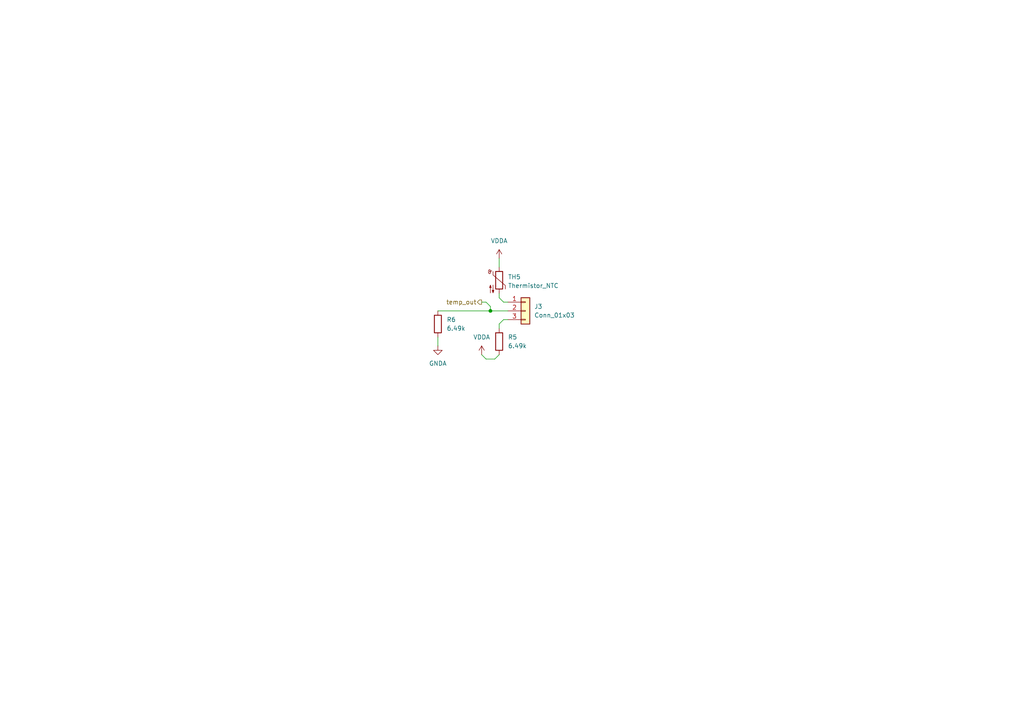
<source format=kicad_sch>
(kicad_sch (version 20250114) (generator "eeschema") (generator_version "9.0")
  (paper "A4")
  (lib_symbols
    (symbol "Connector_Generic:Conn_01x03" (pin_names (offset 1.016) (hide yes))
      (property "Reference" "J" (at 0 5.08 0))
      (property "Value" "Conn_01x03" (at 0 -5.08 0))
      (symbol "Conn_01x03_1_1"
        (rectangle (start -1.27 3.81) (end 1.27 -3.81) (stroke (width 0.254)) (fill (type background)))
        (rectangle (start -1.27 2.667) (end 0 2.413) (stroke (width 0.1524)))
        (rectangle (start -1.27 0.127) (end 0 -0.127) (stroke (width 0.1524)))
        (rectangle (start -1.27 -2.413) (end 0 -2.667) (stroke (width 0.1524)))
        (pin passive line (at -5.08 2.54 0) (length 3.81) (name "Pin_1") (number "1"))
        (pin passive line (at -5.08 0 0) (length 3.81) (name "Pin_2") (number "2"))
        (pin passive line (at -5.08 -2.54 0) (length 3.81) (name "Pin_3") (number "3"))
      )
    )
    (symbol "Device:R" (pin_numbers (hide yes)) (pin_names (offset 0))
      (property "Reference" "R" (at 2.032 0 90))
      (property "Value" "R" (at 0 0 90))
      (symbol "R_0_1"
        (rectangle (start -1.016 -2.54) (end 1.016 2.54) (stroke (width 0.254)))
      )
      (symbol "R_1_1"
        (pin passive line (at 0 3.81 270) (length 1.27) (name "~") (number "1"))
        (pin passive line (at 0 -3.81 90) (length 1.27) (name "~") (number "2"))
      )
    )
    (symbol "Device:Thermistor_NTC" (pin_numbers (hide yes)) (pin_names (offset 0))
      (property "Reference" "TH" (at -4.445 0 90))
      (property "Value" "Thermistor_NTC" (at 3.175 0 90))
      (symbol "Thermistor_NTC_0_1"
        (arc (start -3.175 2.413) (mid -3.0506 2.3165) (end -3.048 2.159))
        (arc (start -3.048 2.794) (mid -2.9736 2.9736) (end -2.794 3.048))
        (arc (start -2.794 3.048) (mid -2.6144 2.9736) (end -2.54 2.794))
        (arc (start -2.794 2.54) (mid -2.9736 2.6144) (end -3.048 2.794))
        (arc (start -2.794 1.905) (mid -2.9736 1.9794) (end -3.048 2.159))
        (arc (start -2.54 2.159) (mid -2.6144 1.9794) (end -2.794 1.905))
        (arc (start -2.159 2.794) (mid -2.434 2.5608) (end -2.794 2.54))
        (polyline (pts (xy -2.54 2.159) (xy -2.54 2.794)))
        (polyline (pts (xy -2.54 -3.683) (xy -2.54 -1.397) (xy -2.794 -2.159) (xy -2.286 -2.159) (xy -2.54 -1.397) (xy -2.54 -1.651)) (fill (type outline)))
        (polyline (pts (xy -1.778 2.54) (xy -1.778 1.524) (xy 1.778 -1.524) (xy 1.778 -2.54)))
        (polyline (pts (xy -1.778 -1.397) (xy -1.778 -3.683) (xy -2.032 -2.921) (xy -1.524 -2.921) (xy -1.778 -3.683) (xy -1.778 -3.429)) (fill (type outline)))
        (rectangle (start -1.016 2.54) (end 1.016 -2.54) (stroke (width 0.254)))
      )
      (symbol "Thermistor_NTC_1_1"
        (pin passive line (at 0 3.81 270) (length 1.27) (name "~") (number "1"))
        (pin passive line (at 0 -3.81 90) (length 1.27) (name "~") (number "2"))
      )
    )
    (symbol "power:GNDA" (power) (pin_numbers (hide yes)) (pin_names (offset 0) (hide yes))
      (property "Value" "GNDA" (at 0 -3.81 0))
      (symbol "GNDA_0_1"
        (polyline (pts (xy 0 0) (xy 0 -1.27) (xy 1.27 -1.27) (xy 0 -2.54) (xy -1.27 -1.27) (xy 0 -1.27)))
      )
      (symbol "GNDA_1_1"
        (pin power_in line (at 0 0 270) (length 0) (name "~") (number "1"))
      )
    )
    (symbol "power:VDDA" (power) (pin_numbers (hide yes)) (pin_names (offset 0) (hide yes))
      (property "Value" "VDDA" (at 0 3.556 0))
      (symbol "VDDA_0_1"
        (polyline (pts (xy -0.762 1.27) (xy 0 2.54)))
        (polyline (pts (xy 0 2.54) (xy 0.762 1.27)))
        (polyline (pts (xy 0 0) (xy 0 2.54)))
      )
      (symbol "VDDA_1_1"
        (pin power_in line (at 0 0 90) (length 0) (name "~") (number "1"))
      )
    )
  )
  (junction (at 142.24 90.17))
  (wire (pts (xy 142.24 88.9) (xy 142.24 90.17)))
  (wire (pts (xy 143.51 104.14) (xy 144.78 102.87)))
  (wire (pts (xy 144.78 93.98) (xy 144.78 95.25)))
  (wire (pts (xy 140.97 104.14) (xy 143.51 104.14)))
  (wire (pts (xy 142.24 90.17) (xy 147.32 90.17)))
  (wire (pts (xy 146.05 92.71) (xy 144.78 93.98)))
  (wire (pts (xy 146.05 87.63) (xy 147.32 87.63)))
  (wire (pts (xy 144.78 85.09) (xy 144.78 86.36)))
  (wire (pts (xy 140.97 87.63) (xy 142.24 88.9)))
  (wire (pts (xy 147.32 92.71) (xy 146.05 92.71)))
  (wire (pts (xy 146.05 87.63) (xy 144.78 86.36)))
  (wire (pts (xy 127 90.17) (xy 142.24 90.17)))
  (wire (pts (xy 139.7 87.63) (xy 140.97 87.63)))
  (wire (pts (xy 144.78 74.93) (xy 144.78 77.47)))
  (wire (pts (xy 127 97.79) (xy 127 100.33)))
  (wire (pts (xy 139.7 102.87) (xy 140.97 104.14)))
  (hierarchical_label "temp_out" (shape output) (at 139.7 87.63 180))
  (symbol (lib_id "power:GNDA") (at 127 100.33 0) (unit 1)
    (property "Reference" "#PWR017" (effects (hide yes)))
    (property "Value" "GNDA" (at 127 105.41 0))
    (property "Description" "Power symbol creates a global label with name \"GNDA\" , analog ground" (effects (hide yes)))
    (instances (project "ThermistorBreakoutPCB" (path "" (reference "#PWR017") (unit 1)) (path "" (reference "#PWR022") (unit 1)) (path "" (reference "#PWR018") (unit 1)) (path "" (reference "#PWR021") (unit 1))))
  )
  (symbol (lib_id "power:VDDA") (at 139.7 102.87 0) (unit 1)
    (property "Reference" "#PWR015" (effects (hide yes)))
    (property "Value" "VDDA" (at 139.7 97.79 0))
    (property "Description" "Power symbol creates a global label with name \"VDDA\"" (effects (hide yes)))
    (instances (project "ThermistorBreakoutPCB" (path "" (reference "#PWR015") (unit 1)) (path "" (reference "#PWR024") (unit 1)) (path "" (reference "#PWR019") (unit 1)) (path "" (reference "#PWR023") (unit 1))))
  )
  (symbol (lib_id "Connector_Generic:Conn_01x03") (at 152.4 90.17 0) (unit 1)
    (property "Reference" "J3" (at 154.94 88.8999 0) (effects (justify left)))
    (property "Value" "Conn_01x03" (at 154.94 91.4399 0) (effects (justify left)))
    (property "Footprint" "Connector_PinHeader_2.54mm:PinHeader_1x03_P2.54mm_Vertical" (effects (hide yes)))
    (property "Description" "Generic connector, single row, 01x03, script generated (kicad-library-utils/schlib/autogen/connector/)" (effects (hide yes)))
    (instances (project "ThermistorBreakoutPCB" (path "" (reference "J3") (unit 1)) (path "" (reference "J6") (unit 1)) (path "" (reference "J4") (unit 1)) (path "" (reference "J5") (unit 1))))
  )
  (symbol (lib_id "Device:R") (at 127 93.98 0) (unit 1)
    (property "Reference" "R6" (at 129.54 92.7099 0) (effects (justify left)))
    (property "Value" "6.49k" (at 129.54 95.2499 0) (effects (justify left)))
    (property "Footprint" "Resistor_SMD:R_0603_1608Metric_Pad0.98x0.95mm_HandSolder" (effects (hide yes)))
    (property "Datasheet" "https://www.mouser.com/ProductDetail/YAGEO/RT0603DRE076K49L?qs=4CyHz7GXqSi0aK3%2FrppBIQ%3D%3D&srsltid=AfmBOopfaQMFBg0zn8ijnUqkgiatQN0nv67VGEiS99Dp1uz5jFcdEPX-" (effects (hide yes)))
    (property "Description" "Resistor" (effects (hide yes)))
    (property "P/N" "RT0603DRE076K49L" (effects (hide yes)))
    (instances (project "ThermistorBreakoutPCB" (path "" (reference "R6") (unit 1)) (path "" (reference "R10") (unit 1)) (path "" (reference "R7") (unit 1)) (path "" (reference "R9") (unit 1))))
  )
  (symbol (lib_id "Device:R") (at 144.78 99.06 0) (unit 1)
    (property "Reference" "R5" (at 147.32 97.7899 0) (effects (justify left)))
    (property "Value" "6.49k" (at 147.32 100.3299 0) (effects (justify left)))
    (property "Footprint" "Resistor_SMD:R_0603_1608Metric_Pad0.98x0.95mm_HandSolder" (effects (hide yes)))
    (property "Datasheet" "https://www.mouser.com/ProductDetail/YAGEO/RT0603DRE076K49L?qs=4CyHz7GXqSi0aK3%2FrppBIQ%3D%3D&srsltid=AfmBOopfaQMFBg0zn8ijnUqkgiatQN0nv67VGEiS99Dp1uz5jFcdEPX-" (effects (hide yes)))
    (property "Description" "Resistor" (effects (hide yes)))
    (property "P/N" "RT0603DRE076K49L" (effects (hide yes)))
    (instances (project "ThermistorBreakoutPCB" (path "" (reference "R5") (unit 1)) (path "" (reference "R12") (unit 1)) (path "" (reference "R8") (unit 1)) (path "" (reference "R11") (unit 1))))
  )
  (symbol (lib_id "power:VDDA") (at 144.78 74.93 0) (unit 1)
    (property "Reference" "#PWR016" (effects (hide yes)))
    (property "Value" "VDDA" (at 144.78 69.85 0))
    (property "Description" "Power symbol creates a global label with name \"VDDA\"" (effects (hide yes)))
    (instances (project "ThermistorBreakoutPCB" (path "" (reference "#PWR016") (unit 1)) (path "" (reference "#PWR026") (unit 1)) (path "" (reference "#PWR020") (unit 1)) (path "" (reference "#PWR025") (unit 1))))
  )
  (symbol (lib_id "Device:Thermistor_NTC") (at 144.78 81.28 0) (unit 1)
    (property "Reference" "TH5" (at 147.32 80.3274 0) (effects (justify left)))
    (property "Value" "Thermistor_NTC" (at 147.32 82.8674 0) (effects (justify left)))
    (property "Footprint" "UTSVT_Special:THERM_ERT-J1VR104FM" (effects (hide yes)))
    (property "Datasheet" "https://industrial.panasonic.com/cdbs/www-data/pdf/AUA0000/AUA0000C11.pdf" (effects (hide yes)))
    (property "Description" "Temperature dependent resistor, negative temperature coefficient" (effects (hide yes)))
    (property "P/N" "ERTJ1VR104FM" (effects (hide yes)))
    (instances (project "ThermistorBreakoutPCB" (path "" (reference "TH5") (unit 1)) (path "" (reference "TH8") (unit 1)) (path "" (reference "TH6") (unit 1)) (path "" (reference "TH7") (unit 1))))
  )
)
</source>
